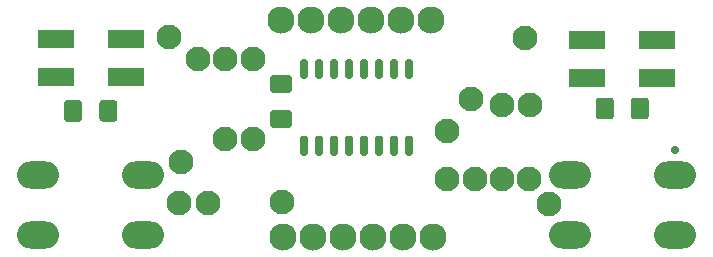
<source format=gbr>
%TF.GenerationSoftware,KiCad,Pcbnew,(5.1.6)-1*%
%TF.CreationDate,2025-01-27T19:57:42-05:00*%
%TF.ProjectId,test,74657374-2e6b-4696-9361-645f70636258,rev?*%
%TF.SameCoordinates,PX876bf80PY5f5e100*%
%TF.FileFunction,Soldermask,Top*%
%TF.FilePolarity,Negative*%
%FSLAX46Y46*%
G04 Gerber Fmt 4.6, Leading zero omitted, Abs format (unit mm)*
G04 Created by KiCad (PCBNEW (5.1.6)-1) date 2025-01-27 19:57:42*
%MOMM*%
%LPD*%
G01*
G04 APERTURE LIST*
%ADD10R,3.100000X1.600000*%
%ADD11C,2.300000*%
%ADD12O,3.570000X2.300000*%
%ADD13C,2.100000*%
%ADD14C,0.700000*%
G04 APERTURE END LIST*
%TO.C,C6*%
G36*
G01*
X23442544Y14075000D02*
X24757456Y14075000D01*
G75*
G02*
X25025000Y13807456I0J-267544D01*
G01*
X25025000Y12817544D01*
G75*
G02*
X24757456Y12550000I-267544J0D01*
G01*
X23442544Y12550000D01*
G75*
G02*
X23175000Y12817544I0J267544D01*
G01*
X23175000Y13807456D01*
G75*
G02*
X23442544Y14075000I267544J0D01*
G01*
G37*
G36*
G01*
X23442544Y17050000D02*
X24757456Y17050000D01*
G75*
G02*
X25025000Y16782456I0J-267544D01*
G01*
X25025000Y15792544D01*
G75*
G02*
X24757456Y15525000I-267544J0D01*
G01*
X23442544Y15525000D01*
G75*
G02*
X23175000Y15792544I0J267544D01*
G01*
X23175000Y16782456D01*
G75*
G02*
X23442544Y17050000I267544J0D01*
G01*
G37*
%TD*%
D10*
%TO.C,D3*%
X5050000Y20100000D03*
X5050000Y16900000D03*
X10950000Y20100000D03*
X10950000Y16900000D03*
%TD*%
%TO.C,D4*%
X55950000Y16800000D03*
X55950000Y20000000D03*
X50050000Y16800000D03*
X50050000Y20000000D03*
%TD*%
D11*
%TO.C,J1*%
X24150000Y21700000D03*
X26690000Y21700000D03*
X29230000Y21700000D03*
X31770000Y21700000D03*
X34310000Y21700000D03*
X36850000Y21700000D03*
%TD*%
%TO.C,J2*%
X36950000Y3300000D03*
X34410000Y3300000D03*
X31870000Y3300000D03*
X29330000Y3300000D03*
X26790000Y3300000D03*
X24250000Y3300000D03*
%TD*%
%TO.C,C3*%
G36*
G01*
X7275000Y14657456D02*
X7275000Y13342544D01*
G75*
G02*
X7007456Y13075000I-267544J0D01*
G01*
X6017544Y13075000D01*
G75*
G02*
X5750000Y13342544I0J267544D01*
G01*
X5750000Y14657456D01*
G75*
G02*
X6017544Y14925000I267544J0D01*
G01*
X7007456Y14925000D01*
G75*
G02*
X7275000Y14657456I0J-267544D01*
G01*
G37*
G36*
G01*
X10250000Y14657456D02*
X10250000Y13342544D01*
G75*
G02*
X9982456Y13075000I-267544J0D01*
G01*
X8992544Y13075000D01*
G75*
G02*
X8725000Y13342544I0J267544D01*
G01*
X8725000Y14657456D01*
G75*
G02*
X8992544Y14925000I267544J0D01*
G01*
X9982456Y14925000D01*
G75*
G02*
X10250000Y14657456I0J-267544D01*
G01*
G37*
%TD*%
%TO.C,C4*%
G36*
G01*
X52275000Y14857456D02*
X52275000Y13542544D01*
G75*
G02*
X52007456Y13275000I-267544J0D01*
G01*
X51017544Y13275000D01*
G75*
G02*
X50750000Y13542544I0J267544D01*
G01*
X50750000Y14857456D01*
G75*
G02*
X51017544Y15125000I267544J0D01*
G01*
X52007456Y15125000D01*
G75*
G02*
X52275000Y14857456I0J-267544D01*
G01*
G37*
G36*
G01*
X55250000Y14857456D02*
X55250000Y13542544D01*
G75*
G02*
X54982456Y13275000I-267544J0D01*
G01*
X53992544Y13275000D01*
G75*
G02*
X53725000Y13542544I0J267544D01*
G01*
X53725000Y14857456D01*
G75*
G02*
X53992544Y15125000I267544J0D01*
G01*
X54982456Y15125000D01*
G75*
G02*
X55250000Y14857456I0J-267544D01*
G01*
G37*
%TD*%
D12*
%TO.C,SW3*%
X12460000Y3460000D03*
X12460000Y8540000D03*
X3540000Y3460000D03*
X3540000Y8540000D03*
%TD*%
%TO.C,SW4*%
X48540000Y8540000D03*
X48540000Y3460000D03*
X57460000Y8540000D03*
X57460000Y3460000D03*
%TD*%
%TO.C,U1*%
G36*
G01*
X26217500Y10200000D02*
X25892500Y10200000D01*
G75*
G02*
X25730000Y10362500I0J162500D01*
G01*
X25730000Y11737500D01*
G75*
G02*
X25892500Y11900000I162500J0D01*
G01*
X26217500Y11900000D01*
G75*
G02*
X26380000Y11737500I0J-162500D01*
G01*
X26380000Y10362500D01*
G75*
G02*
X26217500Y10200000I-162500J0D01*
G01*
G37*
G36*
G01*
X27487500Y10200000D02*
X27162500Y10200000D01*
G75*
G02*
X27000000Y10362500I0J162500D01*
G01*
X27000000Y11737500D01*
G75*
G02*
X27162500Y11900000I162500J0D01*
G01*
X27487500Y11900000D01*
G75*
G02*
X27650000Y11737500I0J-162500D01*
G01*
X27650000Y10362500D01*
G75*
G02*
X27487500Y10200000I-162500J0D01*
G01*
G37*
G36*
G01*
X28757500Y10200000D02*
X28432500Y10200000D01*
G75*
G02*
X28270000Y10362500I0J162500D01*
G01*
X28270000Y11737500D01*
G75*
G02*
X28432500Y11900000I162500J0D01*
G01*
X28757500Y11900000D01*
G75*
G02*
X28920000Y11737500I0J-162500D01*
G01*
X28920000Y10362500D01*
G75*
G02*
X28757500Y10200000I-162500J0D01*
G01*
G37*
G36*
G01*
X30027500Y10200000D02*
X29702500Y10200000D01*
G75*
G02*
X29540000Y10362500I0J162500D01*
G01*
X29540000Y11737500D01*
G75*
G02*
X29702500Y11900000I162500J0D01*
G01*
X30027500Y11900000D01*
G75*
G02*
X30190000Y11737500I0J-162500D01*
G01*
X30190000Y10362500D01*
G75*
G02*
X30027500Y10200000I-162500J0D01*
G01*
G37*
G36*
G01*
X31297500Y10200000D02*
X30972500Y10200000D01*
G75*
G02*
X30810000Y10362500I0J162500D01*
G01*
X30810000Y11737500D01*
G75*
G02*
X30972500Y11900000I162500J0D01*
G01*
X31297500Y11900000D01*
G75*
G02*
X31460000Y11737500I0J-162500D01*
G01*
X31460000Y10362500D01*
G75*
G02*
X31297500Y10200000I-162500J0D01*
G01*
G37*
G36*
G01*
X32567500Y10200000D02*
X32242500Y10200000D01*
G75*
G02*
X32080000Y10362500I0J162500D01*
G01*
X32080000Y11737500D01*
G75*
G02*
X32242500Y11900000I162500J0D01*
G01*
X32567500Y11900000D01*
G75*
G02*
X32730000Y11737500I0J-162500D01*
G01*
X32730000Y10362500D01*
G75*
G02*
X32567500Y10200000I-162500J0D01*
G01*
G37*
G36*
G01*
X33837500Y10200000D02*
X33512500Y10200000D01*
G75*
G02*
X33350000Y10362500I0J162500D01*
G01*
X33350000Y11737500D01*
G75*
G02*
X33512500Y11900000I162500J0D01*
G01*
X33837500Y11900000D01*
G75*
G02*
X34000000Y11737500I0J-162500D01*
G01*
X34000000Y10362500D01*
G75*
G02*
X33837500Y10200000I-162500J0D01*
G01*
G37*
G36*
G01*
X35107500Y10200000D02*
X34782500Y10200000D01*
G75*
G02*
X34620000Y10362500I0J162500D01*
G01*
X34620000Y11737500D01*
G75*
G02*
X34782500Y11900000I162500J0D01*
G01*
X35107500Y11900000D01*
G75*
G02*
X35270000Y11737500I0J-162500D01*
G01*
X35270000Y10362500D01*
G75*
G02*
X35107500Y10200000I-162500J0D01*
G01*
G37*
G36*
G01*
X35107500Y16700000D02*
X34782500Y16700000D01*
G75*
G02*
X34620000Y16862500I0J162500D01*
G01*
X34620000Y18237500D01*
G75*
G02*
X34782500Y18400000I162500J0D01*
G01*
X35107500Y18400000D01*
G75*
G02*
X35270000Y18237500I0J-162500D01*
G01*
X35270000Y16862500D01*
G75*
G02*
X35107500Y16700000I-162500J0D01*
G01*
G37*
G36*
G01*
X33837500Y16700000D02*
X33512500Y16700000D01*
G75*
G02*
X33350000Y16862500I0J162500D01*
G01*
X33350000Y18237500D01*
G75*
G02*
X33512500Y18400000I162500J0D01*
G01*
X33837500Y18400000D01*
G75*
G02*
X34000000Y18237500I0J-162500D01*
G01*
X34000000Y16862500D01*
G75*
G02*
X33837500Y16700000I-162500J0D01*
G01*
G37*
G36*
G01*
X32567500Y16700000D02*
X32242500Y16700000D01*
G75*
G02*
X32080000Y16862500I0J162500D01*
G01*
X32080000Y18237500D01*
G75*
G02*
X32242500Y18400000I162500J0D01*
G01*
X32567500Y18400000D01*
G75*
G02*
X32730000Y18237500I0J-162500D01*
G01*
X32730000Y16862500D01*
G75*
G02*
X32567500Y16700000I-162500J0D01*
G01*
G37*
G36*
G01*
X31297500Y16700000D02*
X30972500Y16700000D01*
G75*
G02*
X30810000Y16862500I0J162500D01*
G01*
X30810000Y18237500D01*
G75*
G02*
X30972500Y18400000I162500J0D01*
G01*
X31297500Y18400000D01*
G75*
G02*
X31460000Y18237500I0J-162500D01*
G01*
X31460000Y16862500D01*
G75*
G02*
X31297500Y16700000I-162500J0D01*
G01*
G37*
G36*
G01*
X30027500Y16700000D02*
X29702500Y16700000D01*
G75*
G02*
X29540000Y16862500I0J162500D01*
G01*
X29540000Y18237500D01*
G75*
G02*
X29702500Y18400000I162500J0D01*
G01*
X30027500Y18400000D01*
G75*
G02*
X30190000Y18237500I0J-162500D01*
G01*
X30190000Y16862500D01*
G75*
G02*
X30027500Y16700000I-162500J0D01*
G01*
G37*
G36*
G01*
X28757500Y16700000D02*
X28432500Y16700000D01*
G75*
G02*
X28270000Y16862500I0J162500D01*
G01*
X28270000Y18237500D01*
G75*
G02*
X28432500Y18400000I162500J0D01*
G01*
X28757500Y18400000D01*
G75*
G02*
X28920000Y18237500I0J-162500D01*
G01*
X28920000Y16862500D01*
G75*
G02*
X28757500Y16700000I-162500J0D01*
G01*
G37*
G36*
G01*
X27487500Y16700000D02*
X27162500Y16700000D01*
G75*
G02*
X27000000Y16862500I0J162500D01*
G01*
X27000000Y18237500D01*
G75*
G02*
X27162500Y18400000I162500J0D01*
G01*
X27487500Y18400000D01*
G75*
G02*
X27650000Y18237500I0J-162500D01*
G01*
X27650000Y16862500D01*
G75*
G02*
X27487500Y16700000I-162500J0D01*
G01*
G37*
G36*
G01*
X26217500Y16700000D02*
X25892500Y16700000D01*
G75*
G02*
X25730000Y16862500I0J162500D01*
G01*
X25730000Y18237500D01*
G75*
G02*
X25892500Y18400000I162500J0D01*
G01*
X26217500Y18400000D01*
G75*
G02*
X26380000Y18237500I0J-162500D01*
G01*
X26380000Y16862500D01*
G75*
G02*
X26217500Y16700000I-162500J0D01*
G01*
G37*
%TD*%
D13*
X45200000Y14500000D03*
X45100000Y8200000D03*
X21700000Y11600000D03*
X21700000Y18400000D03*
X38200000Y12300000D03*
X44800000Y20200000D03*
X14600000Y20300000D03*
X15600000Y9700000D03*
X15500000Y6200000D03*
D14*
X57500000Y10700000D03*
D13*
X19400000Y18400000D03*
X19400000Y11600000D03*
X38200000Y8200000D03*
X42800000Y8200000D03*
X42800000Y14500000D03*
X17900000Y6200000D03*
X46800000Y6100000D03*
X24200000Y6300000D03*
X17100000Y18400000D03*
X40500000Y8200000D03*
X40200000Y15000000D03*
M02*

</source>
